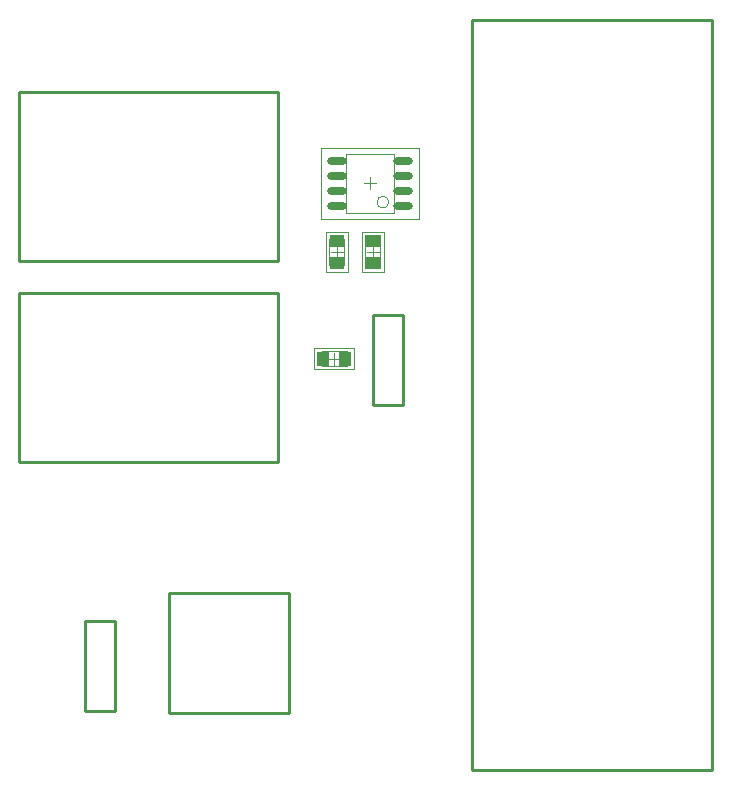
<source format=gtp>
G04*
G04 #@! TF.GenerationSoftware,Altium Limited,Altium Designer,19.1.8 (144)*
G04*
G04 Layer_Color=8421504*
%FSLAX25Y25*%
%MOIN*%
G70*
G01*
G75*
%ADD12C,0.01000*%
%ADD14C,0.00394*%
%ADD15C,0.00197*%
%ADD16R,0.04134X0.05118*%
%ADD17R,0.05512X0.04134*%
%ADD18R,0.05118X0.04134*%
%ADD19O,0.06496X0.02559*%
D12*
X157000Y26500D02*
Y276500D01*
Y26500D02*
X237000D01*
Y276500D01*
X157000D02*
X237000D01*
X124000Y178000D02*
X134000D01*
X124000Y147999D02*
Y178000D01*
Y147999D02*
X134000D01*
Y178000D01*
X38000Y45999D02*
Y76000D01*
X28000Y45999D02*
X38000D01*
X28000D02*
Y76000D01*
X38000D01*
X96000Y45500D02*
Y85500D01*
X56000Y45500D02*
X96000D01*
X56000D02*
Y85500D01*
X96000D01*
X6000Y252500D02*
X50000D01*
X6000Y196000D02*
Y252500D01*
Y196000D02*
X92500D01*
Y252500D01*
X49500D02*
X92500D01*
X6000Y185500D02*
X50000D01*
X6000Y129000D02*
Y185500D01*
Y129000D02*
X92500D01*
Y185500D01*
X49500D02*
X92500D01*
D14*
X129299Y215701D02*
G03*
X129299Y215701I-1969J0D01*
G01*
X106909Y161020D02*
X115374D01*
X106909Y165980D02*
X115374D01*
Y161020D02*
Y165980D01*
X106909Y161020D02*
Y165980D01*
X121520Y203374D02*
X126480D01*
X121520Y194909D02*
X126480D01*
Y203374D01*
X121520Y194909D02*
Y203374D01*
X114480Y194768D02*
Y203232D01*
X109520Y194768D02*
Y203232D01*
X114480D01*
X109520Y194768D02*
X114480D01*
X115126Y231842D02*
X130874D01*
X115126Y212158D02*
X130874D01*
X115126D02*
Y231842D01*
X130874Y212158D02*
Y231842D01*
X111142Y161531D02*
Y165469D01*
X109173Y163500D02*
X113110D01*
X124000Y197173D02*
Y201110D01*
X122031Y199142D02*
X125969D01*
X110031Y199000D02*
X113969D01*
X112000Y197031D02*
Y200969D01*
X123000Y220031D02*
Y223969D01*
X121031Y222000D02*
X124969D01*
D15*
X104449Y159957D02*
X117835D01*
X104449Y167043D02*
X117835D01*
Y159957D02*
Y167043D01*
X104449Y159957D02*
Y167043D01*
X120260Y205835D02*
X127740D01*
X120260Y192449D02*
X127740D01*
Y205835D01*
X120260Y192449D02*
Y205835D01*
X115543Y192307D02*
Y205693D01*
X108457Y192307D02*
Y205693D01*
X115543D01*
X108457Y192307D02*
X115543D01*
X106661Y233811D02*
X139339D01*
X106661Y210189D02*
X139339D01*
X106661D02*
Y233811D01*
X139339Y210189D02*
Y233811D01*
D16*
X114784Y163500D02*
D03*
X107500D02*
D03*
D17*
X124000Y202783D02*
D03*
Y195500D02*
D03*
D18*
X112000Y202642D02*
D03*
Y195358D02*
D03*
D19*
X111878Y229500D02*
D03*
Y224500D02*
D03*
Y219500D02*
D03*
Y214500D02*
D03*
X134122Y229500D02*
D03*
Y224500D02*
D03*
Y219500D02*
D03*
Y214500D02*
D03*
M02*

</source>
